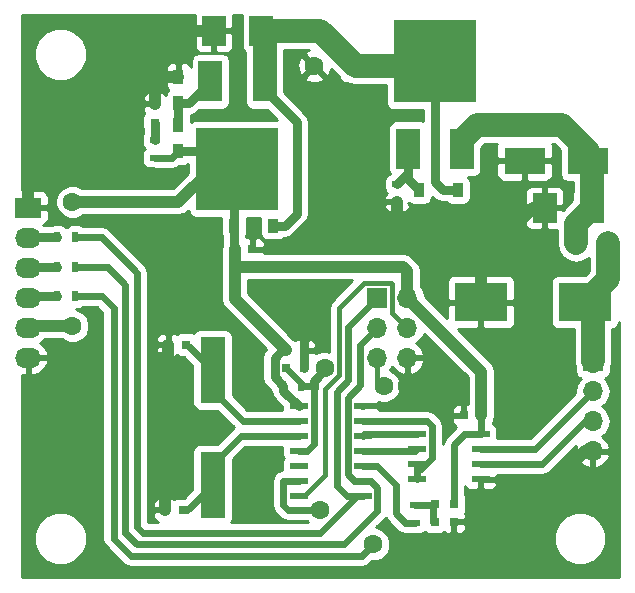
<source format=gbr>
G04 #@! TF.GenerationSoftware,KiCad,Pcbnew,no-vcs-found-24a9003~58~ubuntu16.04.1*
G04 #@! TF.CreationDate,2017-03-06T17:54:42+02:00*
G04 #@! TF.ProjectId,line-interface,6C696E652D696E746572666163652E6B,rev?*
G04 #@! TF.FileFunction,Copper,L1,Top,Signal*
G04 #@! TF.FilePolarity,Positive*
%FSLAX46Y46*%
G04 Gerber Fmt 4.6, Leading zero omitted, Abs format (unit mm)*
G04 Created by KiCad (PCBNEW no-vcs-found-24a9003~58~ubuntu16.04.1) date Mon Mar  6 17:54:42 2017*
%MOMM*%
%LPD*%
G01*
G04 APERTURE LIST*
%ADD10C,0.100000*%
%ADD11O,2.200000X1.700000*%
%ADD12R,2.200000X1.700000*%
%ADD13C,1.600000*%
%ADD14R,1.600000X1.600000*%
%ADD15R,0.900000X1.200000*%
%ADD16R,0.800000X0.750000*%
%ADD17R,2.000000X2.500000*%
%ADD18R,2.100580X5.600700*%
%ADD19R,3.500000X2.300000*%
%ADD20R,4.500880X3.299460*%
%ADD21R,4.498340X3.299460*%
%ADD22R,0.910000X1.220000*%
%ADD23R,1.500000X0.600000*%
%ADD24R,1.550000X0.600000*%
%ADD25R,0.800000X0.800000*%
%ADD26O,1.700000X1.700000*%
%ADD27R,1.700000X1.700000*%
%ADD28R,0.900000X0.500000*%
%ADD29R,0.500000X0.900000*%
%ADD30R,1.500000X1.300000*%
%ADD31R,7.000000X7.000000*%
%ADD32R,2.000000X3.500000*%
%ADD33C,1.000000*%
%ADD34C,0.600000*%
%ADD35C,0.800000*%
%ADD36C,2.000000*%
%ADD37C,0.400000*%
%ADD38C,0.254000*%
G04 APERTURE END LIST*
D10*
D11*
X101270000Y-129700000D03*
X101270000Y-127160000D03*
X101270000Y-124620000D03*
X101270000Y-122080000D03*
X101270000Y-119540000D03*
D12*
X101270000Y-117000000D03*
D13*
X125500000Y-105000000D03*
D14*
X129000000Y-105000000D03*
D15*
X114000000Y-105900000D03*
X114000000Y-108100000D03*
X114000000Y-112200000D03*
X114000000Y-110000000D03*
D16*
X123132400Y-129080000D03*
X124632400Y-129080000D03*
X124632400Y-130580000D03*
X123132400Y-130580000D03*
X114382400Y-142580000D03*
X112882400Y-142580000D03*
X120250000Y-120500000D03*
X118750000Y-120500000D03*
X114632400Y-128580000D03*
X113132400Y-128580000D03*
X138151200Y-134580000D03*
X139651200Y-134580000D03*
D17*
X149000000Y-117000000D03*
X145000000Y-117000000D03*
X117000000Y-102000000D03*
X121000000Y-102000000D03*
D18*
X116882400Y-140428860D03*
X116882400Y-130731140D03*
D19*
X148700000Y-113000000D03*
X143300000Y-113000000D03*
D20*
X148399280Y-125000000D03*
D21*
X139600720Y-125000000D03*
D22*
X137635000Y-115500000D03*
X134365000Y-115500000D03*
D23*
X129582400Y-133770000D03*
X129582400Y-135040000D03*
X129582400Y-136310000D03*
X129582400Y-137580000D03*
X129582400Y-138850000D03*
X129582400Y-140120000D03*
X129582400Y-141390000D03*
X124182400Y-141390000D03*
X124182400Y-140120000D03*
X124182400Y-138850000D03*
X124182400Y-137580000D03*
X124182400Y-136310000D03*
X124182400Y-135040000D03*
X124182400Y-133770000D03*
D24*
X139582400Y-136175000D03*
X139582400Y-137445000D03*
X139582400Y-138715000D03*
X139582400Y-139985000D03*
X134182400Y-139985000D03*
X134182400Y-138715000D03*
X134182400Y-137445000D03*
X134182400Y-136175000D03*
D25*
X135702839Y-142080000D03*
X137302839Y-142080000D03*
X135700000Y-143580000D03*
X137300000Y-143580000D03*
X112000000Y-108200000D03*
X112000000Y-109800000D03*
D26*
X149080000Y-137620000D03*
X149080000Y-135080000D03*
X149080000Y-132540000D03*
D27*
X149080000Y-130000000D03*
D26*
X133382400Y-129700000D03*
X130842400Y-129700000D03*
X133382400Y-127160000D03*
X130842400Y-127160000D03*
X133382400Y-124620000D03*
D27*
X130842400Y-124620000D03*
D28*
X112000000Y-111250000D03*
X112000000Y-112750000D03*
D29*
X103750000Y-119500000D03*
X105250000Y-119500000D03*
X122882400Y-132080000D03*
X124382400Y-132080000D03*
D28*
X134002839Y-142202567D03*
X134002839Y-143702567D03*
X132500000Y-115000000D03*
X132500000Y-116500000D03*
D30*
X147650000Y-120000000D03*
X150350000Y-120000000D03*
D31*
X135720000Y-104600000D03*
D32*
X138000000Y-112000000D03*
X133420000Y-112000000D03*
X121290000Y-106300000D03*
X116710000Y-106300000D03*
D31*
X118990000Y-113700000D03*
D15*
X122000000Y-118500000D03*
X118700000Y-118500000D03*
D29*
X105250000Y-122000000D03*
X103750000Y-122000000D03*
X103750000Y-124500000D03*
X105250000Y-124500000D03*
D13*
X105000000Y-127000000D03*
X105000000Y-116500000D03*
X112000000Y-106000000D03*
X115000000Y-102000000D03*
X132500000Y-118000000D03*
X139000000Y-120500000D03*
X142500000Y-118500000D03*
X120500000Y-141000000D03*
X149000000Y-140000000D03*
X147000000Y-139000000D03*
X102000000Y-114500000D03*
X101500000Y-132500000D03*
X112500000Y-130000000D03*
X112500000Y-141000000D03*
X124882400Y-127580000D03*
X133382400Y-132080000D03*
X126382400Y-130580000D03*
X131382400Y-132080000D03*
X130500000Y-145500000D03*
X126006379Y-142599968D03*
D33*
X114000000Y-116500000D02*
X105000000Y-116500000D01*
X105000000Y-127000000D02*
X101430000Y-127000000D01*
X101430000Y-127000000D02*
X101270000Y-127160000D01*
X116800000Y-113700000D02*
X114000000Y-116500000D01*
X118990000Y-113700000D02*
X116800000Y-113700000D01*
X133382400Y-124620000D02*
X139651200Y-130888800D01*
X139651200Y-130888800D02*
X139651200Y-134580000D01*
X133000000Y-122000000D02*
X133382400Y-122382400D01*
X133382400Y-122382400D02*
X133382400Y-124620000D01*
X118750000Y-122000000D02*
X118750000Y-124722600D01*
X118750000Y-120500000D02*
X118750000Y-122000000D01*
X118750000Y-122000000D02*
X133000000Y-122000000D01*
X118750000Y-124722600D02*
X123107400Y-129080000D01*
X123107400Y-129080000D02*
X123132400Y-129080000D01*
X116190000Y-116500000D02*
X118990000Y-113700000D01*
D34*
X137302839Y-141080000D02*
X137302839Y-142080000D01*
D35*
X118700000Y-118500000D02*
X118700000Y-120450000D01*
X118700000Y-120450000D02*
X118750000Y-120500000D01*
X117000000Y-115690000D02*
X118990000Y-113700000D01*
D34*
X112000000Y-112750000D02*
X113450000Y-112750000D01*
X113450000Y-112750000D02*
X114000000Y-112200000D01*
D35*
X114000000Y-112200000D02*
X117490000Y-112200000D01*
X117490000Y-112200000D02*
X118990000Y-113700000D01*
D34*
X139582400Y-136175000D02*
X138207400Y-136175000D01*
X138207400Y-136175000D02*
X137302839Y-137079561D01*
X137302839Y-137079561D02*
X137302839Y-142080000D01*
X139582400Y-136175000D02*
X139582400Y-134630000D01*
X139582400Y-134630000D02*
X139632400Y-134580000D01*
D35*
X123132400Y-129080000D02*
X122777398Y-129080000D01*
X122777398Y-129080000D02*
X122132399Y-129724999D01*
X122132399Y-129724999D02*
X122132399Y-131329999D01*
X122132399Y-131329999D02*
X122882400Y-132080000D01*
X124182400Y-133770000D02*
X122882400Y-132470000D01*
X122882400Y-132470000D02*
X122882400Y-132080000D01*
D36*
X118990000Y-113700000D02*
X118190000Y-114500000D01*
D35*
X118640000Y-114050000D02*
X118990000Y-113700000D01*
X118700000Y-118500000D02*
X118700000Y-113990000D01*
X118700000Y-113990000D02*
X118990000Y-113700000D01*
D33*
X114000000Y-105900000D02*
X112100000Y-105900000D01*
X112100000Y-105900000D02*
X112000000Y-106000000D01*
X112000000Y-108200000D02*
X112000000Y-106000000D01*
X117000000Y-102000000D02*
X115000000Y-102000000D01*
X132500000Y-116500000D02*
X132500000Y-118000000D01*
X139600720Y-125000000D02*
X139600720Y-121100720D01*
X139600720Y-121100720D02*
X139000000Y-120500000D01*
X145000000Y-117000000D02*
X144000000Y-117000000D01*
X144000000Y-117000000D02*
X142500000Y-118500000D01*
X149080000Y-137620000D02*
X148380000Y-137620000D01*
X148380000Y-137620000D02*
X147000000Y-139000000D01*
X101270000Y-117000000D02*
X101270000Y-115230000D01*
X101270000Y-115230000D02*
X102000000Y-114500000D01*
X113132400Y-128580000D02*
X113132400Y-129367600D01*
X113132400Y-129367600D02*
X112500000Y-130000000D01*
X112882400Y-142580000D02*
X112882400Y-141382400D01*
X112882400Y-141382400D02*
X112500000Y-141000000D01*
D35*
X124632400Y-127830000D02*
X124882400Y-127580000D01*
X124632400Y-129080000D02*
X124632400Y-127830000D01*
X124632400Y-130580000D02*
X124632400Y-129080000D01*
D36*
X148700000Y-113000000D02*
X148700000Y-112200000D01*
X148700000Y-112200000D02*
X146500000Y-110000000D01*
X146500000Y-110000000D02*
X139250000Y-110000000D01*
X139250000Y-110000000D02*
X138000000Y-111250000D01*
X138000000Y-111250000D02*
X138000000Y-112000000D01*
X149000000Y-117000000D02*
X149000000Y-113300000D01*
X149000000Y-113300000D02*
X148700000Y-113000000D01*
X147650000Y-120000000D02*
X147650000Y-118350000D01*
X147650000Y-118350000D02*
X149000000Y-117000000D01*
D35*
X121290000Y-106300000D02*
X121290000Y-107050000D01*
X121290000Y-107050000D02*
X124000000Y-109760000D01*
X123000000Y-118500000D02*
X122000000Y-118500000D01*
X124000000Y-109760000D02*
X124000000Y-117500000D01*
X124000000Y-117500000D02*
X123000000Y-118500000D01*
X135720000Y-104600000D02*
X135720000Y-114840000D01*
X135720000Y-114840000D02*
X136380000Y-115500000D01*
X136380000Y-115500000D02*
X137635000Y-115500000D01*
D36*
X121290000Y-106300000D02*
X121290000Y-102290000D01*
X121290000Y-102290000D02*
X121000000Y-102000000D01*
X129000000Y-105000000D02*
X126000000Y-102000000D01*
X126000000Y-102000000D02*
X121000000Y-102000000D01*
X129000000Y-105000000D02*
X135320000Y-105000000D01*
X135320000Y-105000000D02*
X135720000Y-104600000D01*
D35*
X126382400Y-130685002D02*
X126382400Y-130580000D01*
X125432401Y-132280001D02*
X125432401Y-131635001D01*
X125432401Y-131635001D02*
X126382400Y-130685002D01*
D37*
X130842400Y-131540000D02*
X131382400Y-132080000D01*
X130842400Y-129700000D02*
X130842400Y-131540000D01*
D34*
X124182400Y-137580000D02*
X124862402Y-137580000D01*
X124862402Y-137580000D02*
X125432401Y-137010001D01*
X125432401Y-137010001D02*
X125432401Y-132280001D01*
X125232400Y-132080000D02*
X124382400Y-132080000D01*
X125432401Y-132280001D02*
X125232400Y-132080000D01*
X124382400Y-132080000D02*
X124382400Y-131830000D01*
X124382400Y-131830000D02*
X123132400Y-130580000D01*
X116882400Y-138678800D02*
X116882400Y-140428860D01*
X119251200Y-136310000D02*
X116882400Y-138678800D01*
X124182400Y-136310000D02*
X119251200Y-136310000D01*
X114382400Y-142580000D02*
X114731260Y-142580000D01*
X114731260Y-142580000D02*
X116882400Y-140428860D01*
X114632400Y-128580000D02*
X114731260Y-128580000D01*
X114731260Y-128580000D02*
X116882400Y-130731140D01*
X124182400Y-135040000D02*
X119441200Y-135040000D01*
X119441200Y-135040000D02*
X116882400Y-132481200D01*
X116882400Y-132481200D02*
X116882400Y-130731140D01*
D36*
X150350000Y-120000000D02*
X150350000Y-123049280D01*
X150350000Y-123049280D02*
X148399280Y-125000000D01*
X149080000Y-130000000D02*
X149080000Y-125680720D01*
X149080000Y-125680720D02*
X148399280Y-125000000D01*
D34*
X135582400Y-143580000D02*
X135582400Y-142200439D01*
X135582400Y-142200439D02*
X135702839Y-142080000D01*
X134002839Y-142202567D02*
X135580272Y-142202567D01*
X135580272Y-142202567D02*
X135702839Y-142080000D01*
D35*
X112000000Y-111250000D02*
X112000000Y-109800000D01*
D34*
X134182400Y-138715000D02*
X134182400Y-139080000D01*
X134182400Y-139080000D02*
X134182400Y-139985000D01*
X129582400Y-135040000D02*
X135022402Y-135040000D01*
X135022402Y-135040000D02*
X135457401Y-135474999D01*
X135457401Y-135474999D02*
X135457401Y-138145001D01*
X135457401Y-138145001D02*
X134522402Y-139080000D01*
X134522402Y-139080000D02*
X134182400Y-139080000D01*
X134182400Y-136175000D02*
X129717400Y-136175000D01*
X129717400Y-136175000D02*
X129582400Y-136310000D01*
X129582400Y-137580000D02*
X134047400Y-137580000D01*
X134047400Y-137580000D02*
X134182400Y-137445000D01*
X129582400Y-138850000D02*
X130770000Y-138850000D01*
X130770000Y-138850000D02*
X132382400Y-140462400D01*
X132382400Y-140462400D02*
X132382400Y-142882400D01*
X132382400Y-142882400D02*
X133202567Y-143702567D01*
X133202567Y-143702567D02*
X134002839Y-143702567D01*
X108000000Y-122000000D02*
X105250000Y-122000000D01*
X129582400Y-140120000D02*
X130262402Y-140120000D01*
X109500000Y-144500000D02*
X109500000Y-123500000D01*
X130262402Y-140120000D02*
X130832401Y-140689999D01*
X130832401Y-140689999D02*
X130832401Y-142667599D01*
X130832401Y-142667599D02*
X128000000Y-145500000D01*
X128000000Y-145500000D02*
X110500000Y-145500000D01*
X110500000Y-145500000D02*
X109500000Y-144500000D01*
X109500000Y-123500000D02*
X108000000Y-122000000D01*
X130842400Y-127160000D02*
X129382400Y-128620000D01*
X129382400Y-128620000D02*
X129382400Y-132029999D01*
X129382400Y-132029999D02*
X128332399Y-133080000D01*
X128332399Y-133080000D02*
X128332399Y-139550001D01*
X128332399Y-139550001D02*
X128902398Y-140120000D01*
X128902398Y-140120000D02*
X129582400Y-140120000D01*
X107500000Y-119500000D02*
X105250000Y-119500000D01*
X129582400Y-141390000D02*
X129132400Y-141390000D01*
X129132400Y-141390000D02*
X126022400Y-144500000D01*
X126022400Y-144500000D02*
X111000000Y-144500000D01*
X111000000Y-144500000D02*
X110500000Y-144000000D01*
X110500000Y-144000000D02*
X110500000Y-122500000D01*
X110500000Y-122500000D02*
X107500000Y-119500000D01*
X127382400Y-140540000D02*
X128232400Y-141390000D01*
X128232400Y-141390000D02*
X129582400Y-141390000D01*
X130842400Y-124620000D02*
X128382400Y-127080000D01*
X127382400Y-132580000D02*
X127382400Y-140540000D01*
X128382400Y-127080000D02*
X128382400Y-131580000D01*
X128382400Y-131580000D02*
X127382400Y-132580000D01*
D37*
X124632400Y-141390000D02*
X124182400Y-141390000D01*
X126382400Y-139640000D02*
X124632400Y-141390000D01*
X129672399Y-123369999D02*
X127582402Y-125459996D01*
X132012401Y-123369999D02*
X129672399Y-123369999D01*
X132092401Y-123449999D02*
X132012401Y-123369999D01*
X126382400Y-132356004D02*
X126382400Y-139640000D01*
X127582402Y-131156002D02*
X126382400Y-132356004D01*
X127582402Y-125459996D02*
X127582402Y-131156002D01*
X133382400Y-127160000D02*
X132092401Y-125870001D01*
X132092401Y-125870001D02*
X132092401Y-123449999D01*
D34*
X139582400Y-137445000D02*
X144175000Y-137445000D01*
X144175000Y-137445000D02*
X149080000Y-132540000D01*
X139582400Y-138715000D02*
X144785000Y-138715000D01*
X144785000Y-138715000D02*
X148420000Y-135080000D01*
X148420000Y-135080000D02*
X149080000Y-135080000D01*
D35*
X133420000Y-112000000D02*
X133420000Y-114555000D01*
X133420000Y-114555000D02*
X134365000Y-115500000D01*
X133420000Y-112000000D02*
X133420000Y-114080000D01*
X133420000Y-114080000D02*
X132500000Y-115000000D01*
X114000000Y-108100000D02*
X114910000Y-108100000D01*
X114910000Y-108100000D02*
X116710000Y-106300000D01*
X114000000Y-108100000D02*
X114000000Y-110000000D01*
X103750000Y-124500000D02*
X101390000Y-124500000D01*
X101390000Y-124500000D02*
X101270000Y-124620000D01*
X103750000Y-122000000D02*
X101350000Y-122000000D01*
X101350000Y-122000000D02*
X101270000Y-122080000D01*
X103750000Y-119500000D02*
X101310000Y-119500000D01*
X101310000Y-119500000D02*
X101270000Y-119540000D01*
D34*
X130500000Y-145500000D02*
X129500000Y-146500000D01*
X108500000Y-125500000D02*
X107500000Y-124500000D01*
X129500000Y-146500000D02*
X110000000Y-146500000D01*
X110000000Y-146500000D02*
X108500000Y-145000000D01*
X108500000Y-145000000D02*
X108500000Y-125500000D01*
X107500000Y-124500000D02*
X105250000Y-124500000D01*
X122832399Y-142170001D02*
X123262366Y-142599968D01*
X122832399Y-140120001D02*
X122832399Y-142170001D01*
X124182400Y-140120000D02*
X122832399Y-140120001D01*
X123262366Y-142599968D02*
X126006379Y-142599968D01*
D38*
G36*
X107565000Y-125887290D02*
X107565000Y-145000000D01*
X107636173Y-145357809D01*
X107838855Y-145661145D01*
X109338855Y-147161145D01*
X109642191Y-147363827D01*
X110000000Y-147435000D01*
X129500000Y-147435000D01*
X129857809Y-147363827D01*
X130161145Y-147161145D01*
X130387388Y-146934902D01*
X130784187Y-146935248D01*
X131311800Y-146717243D01*
X131715824Y-146313923D01*
X131934750Y-145786691D01*
X131935050Y-145442619D01*
X145764613Y-145442619D01*
X146104155Y-146264372D01*
X146732321Y-146893636D01*
X147553481Y-147234611D01*
X148442619Y-147235387D01*
X149264372Y-146895845D01*
X149893636Y-146267679D01*
X150234611Y-145446519D01*
X150235387Y-144557381D01*
X149895845Y-143735628D01*
X149267679Y-143106364D01*
X148446519Y-142765389D01*
X147557381Y-142764613D01*
X146735628Y-143104155D01*
X146106364Y-143732321D01*
X145765389Y-144553481D01*
X145764613Y-145442619D01*
X131935050Y-145442619D01*
X131935248Y-145215813D01*
X131717243Y-144688200D01*
X131313923Y-144284176D01*
X130786691Y-144065250D01*
X130757066Y-144065224D01*
X131493546Y-143328744D01*
X131535638Y-143265749D01*
X131721255Y-143543545D01*
X132541422Y-144363712D01*
X132844758Y-144566394D01*
X133202567Y-144637567D01*
X134002839Y-144637567D01*
X134191665Y-144600007D01*
X134452839Y-144600007D01*
X134700604Y-144550724D01*
X134855891Y-144446963D01*
X135052235Y-144578157D01*
X135300000Y-144627440D01*
X136100000Y-144627440D01*
X136347765Y-144578157D01*
X136499047Y-144477073D01*
X136540302Y-144518327D01*
X136773691Y-144615000D01*
X137014250Y-144615000D01*
X137173000Y-144456250D01*
X137173000Y-143707000D01*
X137427000Y-143707000D01*
X137427000Y-144456250D01*
X137585750Y-144615000D01*
X137826309Y-144615000D01*
X138059698Y-144518327D01*
X138238327Y-144339699D01*
X138335000Y-144106310D01*
X138335000Y-143865750D01*
X138176250Y-143707000D01*
X137427000Y-143707000D01*
X137173000Y-143707000D01*
X137153000Y-143707000D01*
X137153000Y-143453000D01*
X137173000Y-143453000D01*
X137173000Y-143433000D01*
X137427000Y-143433000D01*
X137427000Y-143453000D01*
X138176250Y-143453000D01*
X138335000Y-143294250D01*
X138335000Y-143053690D01*
X138238648Y-142821075D01*
X138300996Y-142727765D01*
X138350279Y-142480000D01*
X138350279Y-141680000D01*
X138300996Y-141432235D01*
X138237839Y-141337715D01*
X138237839Y-140569294D01*
X138269073Y-140644699D01*
X138447702Y-140823327D01*
X138681091Y-140920000D01*
X139296650Y-140920000D01*
X139455400Y-140761250D01*
X139455400Y-140112000D01*
X139709400Y-140112000D01*
X139709400Y-140761250D01*
X139868150Y-140920000D01*
X140483709Y-140920000D01*
X140717098Y-140823327D01*
X140895727Y-140644699D01*
X140992400Y-140411310D01*
X140992400Y-140270750D01*
X140833650Y-140112000D01*
X139709400Y-140112000D01*
X139455400Y-140112000D01*
X139435400Y-140112000D01*
X139435400Y-139858000D01*
X139455400Y-139858000D01*
X139455400Y-139838000D01*
X139709400Y-139838000D01*
X139709400Y-139858000D01*
X140833650Y-139858000D01*
X140992400Y-139699250D01*
X140992400Y-139650000D01*
X144785000Y-139650000D01*
X145142809Y-139578827D01*
X145446145Y-139376145D01*
X146845400Y-137976890D01*
X147638524Y-137976890D01*
X147808355Y-138386924D01*
X148198642Y-138815183D01*
X148723108Y-139061486D01*
X148953000Y-138940819D01*
X148953000Y-137747000D01*
X149207000Y-137747000D01*
X149207000Y-138940819D01*
X149436892Y-139061486D01*
X149961358Y-138815183D01*
X150351645Y-138386924D01*
X150521476Y-137976890D01*
X150400155Y-137747000D01*
X149207000Y-137747000D01*
X148953000Y-137747000D01*
X147759845Y-137747000D01*
X147638524Y-137976890D01*
X146845400Y-137976890D01*
X147694623Y-137127667D01*
X147638524Y-137263110D01*
X147759845Y-137493000D01*
X148953000Y-137493000D01*
X148953000Y-137473000D01*
X149207000Y-137473000D01*
X149207000Y-137493000D01*
X150400155Y-137493000D01*
X150521476Y-137263110D01*
X150351645Y-136853076D01*
X149961358Y-136424817D01*
X149818447Y-136357702D01*
X150159147Y-136130054D01*
X150481054Y-135648285D01*
X150594093Y-135080000D01*
X150481054Y-134511715D01*
X150159147Y-134029946D01*
X149829974Y-133810000D01*
X150159147Y-133590054D01*
X150481054Y-133108285D01*
X150594093Y-132540000D01*
X150481054Y-131971715D01*
X150159147Y-131489946D01*
X150115223Y-131460597D01*
X150177765Y-131448157D01*
X150387809Y-131307809D01*
X150528157Y-131097765D01*
X150577440Y-130850000D01*
X150577440Y-130645297D01*
X150590543Y-130625687D01*
X150715000Y-130000000D01*
X150715000Y-127284185D01*
X150897485Y-127247887D01*
X151107529Y-127107539D01*
X151247877Y-126897495D01*
X151290000Y-126685726D01*
X151290000Y-148290000D01*
X100710000Y-148290000D01*
X100710000Y-145442619D01*
X101764613Y-145442619D01*
X102104155Y-146264372D01*
X102732321Y-146893636D01*
X103553481Y-147234611D01*
X104442619Y-147235387D01*
X105264372Y-146895845D01*
X105893636Y-146267679D01*
X106234611Y-145446519D01*
X106235387Y-144557381D01*
X105895845Y-143735628D01*
X105267679Y-143106364D01*
X104446519Y-142765389D01*
X103557381Y-142764613D01*
X102735628Y-143104155D01*
X102106364Y-143732321D01*
X101765389Y-144553481D01*
X101764613Y-145442619D01*
X100710000Y-145442619D01*
X100710000Y-131136007D01*
X100908361Y-131191135D01*
X101143000Y-131031491D01*
X101143000Y-129827000D01*
X101397000Y-129827000D01*
X101397000Y-131031491D01*
X101631639Y-131191135D01*
X102193774Y-131034907D01*
X102653333Y-130675451D01*
X102940352Y-130167491D01*
X102961476Y-130056890D01*
X102840155Y-129827000D01*
X101397000Y-129827000D01*
X101143000Y-129827000D01*
X101123000Y-129827000D01*
X101123000Y-129573000D01*
X101143000Y-129573000D01*
X101143000Y-129553000D01*
X101397000Y-129553000D01*
X101397000Y-129573000D01*
X102840155Y-129573000D01*
X102961476Y-129343110D01*
X102940352Y-129232509D01*
X102653333Y-128724549D01*
X102275888Y-128429321D01*
X102604045Y-128210054D01*
X102654194Y-128135000D01*
X104105394Y-128135000D01*
X104186077Y-128215824D01*
X104713309Y-128434750D01*
X105284187Y-128435248D01*
X105811800Y-128217243D01*
X106215824Y-127813923D01*
X106434750Y-127286691D01*
X106435248Y-126715813D01*
X106217243Y-126188200D01*
X105813923Y-125784176D01*
X105364213Y-125597440D01*
X105500000Y-125597440D01*
X105747765Y-125548157D01*
X105917115Y-125435000D01*
X107112710Y-125435000D01*
X107565000Y-125887290D01*
X107565000Y-125887290D01*
G37*
X107565000Y-125887290D02*
X107565000Y-145000000D01*
X107636173Y-145357809D01*
X107838855Y-145661145D01*
X109338855Y-147161145D01*
X109642191Y-147363827D01*
X110000000Y-147435000D01*
X129500000Y-147435000D01*
X129857809Y-147363827D01*
X130161145Y-147161145D01*
X130387388Y-146934902D01*
X130784187Y-146935248D01*
X131311800Y-146717243D01*
X131715824Y-146313923D01*
X131934750Y-145786691D01*
X131935050Y-145442619D01*
X145764613Y-145442619D01*
X146104155Y-146264372D01*
X146732321Y-146893636D01*
X147553481Y-147234611D01*
X148442619Y-147235387D01*
X149264372Y-146895845D01*
X149893636Y-146267679D01*
X150234611Y-145446519D01*
X150235387Y-144557381D01*
X149895845Y-143735628D01*
X149267679Y-143106364D01*
X148446519Y-142765389D01*
X147557381Y-142764613D01*
X146735628Y-143104155D01*
X146106364Y-143732321D01*
X145765389Y-144553481D01*
X145764613Y-145442619D01*
X131935050Y-145442619D01*
X131935248Y-145215813D01*
X131717243Y-144688200D01*
X131313923Y-144284176D01*
X130786691Y-144065250D01*
X130757066Y-144065224D01*
X131493546Y-143328744D01*
X131535638Y-143265749D01*
X131721255Y-143543545D01*
X132541422Y-144363712D01*
X132844758Y-144566394D01*
X133202567Y-144637567D01*
X134002839Y-144637567D01*
X134191665Y-144600007D01*
X134452839Y-144600007D01*
X134700604Y-144550724D01*
X134855891Y-144446963D01*
X135052235Y-144578157D01*
X135300000Y-144627440D01*
X136100000Y-144627440D01*
X136347765Y-144578157D01*
X136499047Y-144477073D01*
X136540302Y-144518327D01*
X136773691Y-144615000D01*
X137014250Y-144615000D01*
X137173000Y-144456250D01*
X137173000Y-143707000D01*
X137427000Y-143707000D01*
X137427000Y-144456250D01*
X137585750Y-144615000D01*
X137826309Y-144615000D01*
X138059698Y-144518327D01*
X138238327Y-144339699D01*
X138335000Y-144106310D01*
X138335000Y-143865750D01*
X138176250Y-143707000D01*
X137427000Y-143707000D01*
X137173000Y-143707000D01*
X137153000Y-143707000D01*
X137153000Y-143453000D01*
X137173000Y-143453000D01*
X137173000Y-143433000D01*
X137427000Y-143433000D01*
X137427000Y-143453000D01*
X138176250Y-143453000D01*
X138335000Y-143294250D01*
X138335000Y-143053690D01*
X138238648Y-142821075D01*
X138300996Y-142727765D01*
X138350279Y-142480000D01*
X138350279Y-141680000D01*
X138300996Y-141432235D01*
X138237839Y-141337715D01*
X138237839Y-140569294D01*
X138269073Y-140644699D01*
X138447702Y-140823327D01*
X138681091Y-140920000D01*
X139296650Y-140920000D01*
X139455400Y-140761250D01*
X139455400Y-140112000D01*
X139709400Y-140112000D01*
X139709400Y-140761250D01*
X139868150Y-140920000D01*
X140483709Y-140920000D01*
X140717098Y-140823327D01*
X140895727Y-140644699D01*
X140992400Y-140411310D01*
X140992400Y-140270750D01*
X140833650Y-140112000D01*
X139709400Y-140112000D01*
X139455400Y-140112000D01*
X139435400Y-140112000D01*
X139435400Y-139858000D01*
X139455400Y-139858000D01*
X139455400Y-139838000D01*
X139709400Y-139838000D01*
X139709400Y-139858000D01*
X140833650Y-139858000D01*
X140992400Y-139699250D01*
X140992400Y-139650000D01*
X144785000Y-139650000D01*
X145142809Y-139578827D01*
X145446145Y-139376145D01*
X146845400Y-137976890D01*
X147638524Y-137976890D01*
X147808355Y-138386924D01*
X148198642Y-138815183D01*
X148723108Y-139061486D01*
X148953000Y-138940819D01*
X148953000Y-137747000D01*
X149207000Y-137747000D01*
X149207000Y-138940819D01*
X149436892Y-139061486D01*
X149961358Y-138815183D01*
X150351645Y-138386924D01*
X150521476Y-137976890D01*
X150400155Y-137747000D01*
X149207000Y-137747000D01*
X148953000Y-137747000D01*
X147759845Y-137747000D01*
X147638524Y-137976890D01*
X146845400Y-137976890D01*
X147694623Y-137127667D01*
X147638524Y-137263110D01*
X147759845Y-137493000D01*
X148953000Y-137493000D01*
X148953000Y-137473000D01*
X149207000Y-137473000D01*
X149207000Y-137493000D01*
X150400155Y-137493000D01*
X150521476Y-137263110D01*
X150351645Y-136853076D01*
X149961358Y-136424817D01*
X149818447Y-136357702D01*
X150159147Y-136130054D01*
X150481054Y-135648285D01*
X150594093Y-135080000D01*
X150481054Y-134511715D01*
X150159147Y-134029946D01*
X149829974Y-133810000D01*
X150159147Y-133590054D01*
X150481054Y-133108285D01*
X150594093Y-132540000D01*
X150481054Y-131971715D01*
X150159147Y-131489946D01*
X150115223Y-131460597D01*
X150177765Y-131448157D01*
X150387809Y-131307809D01*
X150528157Y-131097765D01*
X150577440Y-130850000D01*
X150577440Y-130645297D01*
X150590543Y-130625687D01*
X150715000Y-130000000D01*
X150715000Y-127284185D01*
X150897485Y-127247887D01*
X151107529Y-127107539D01*
X151247877Y-126897495D01*
X151290000Y-126685726D01*
X151290000Y-148290000D01*
X100710000Y-148290000D01*
X100710000Y-145442619D01*
X101764613Y-145442619D01*
X102104155Y-146264372D01*
X102732321Y-146893636D01*
X103553481Y-147234611D01*
X104442619Y-147235387D01*
X105264372Y-146895845D01*
X105893636Y-146267679D01*
X106234611Y-145446519D01*
X106235387Y-144557381D01*
X105895845Y-143735628D01*
X105267679Y-143106364D01*
X104446519Y-142765389D01*
X103557381Y-142764613D01*
X102735628Y-143104155D01*
X102106364Y-143732321D01*
X101765389Y-144553481D01*
X101764613Y-145442619D01*
X100710000Y-145442619D01*
X100710000Y-131136007D01*
X100908361Y-131191135D01*
X101143000Y-131031491D01*
X101143000Y-129827000D01*
X101397000Y-129827000D01*
X101397000Y-131031491D01*
X101631639Y-131191135D01*
X102193774Y-131034907D01*
X102653333Y-130675451D01*
X102940352Y-130167491D01*
X102961476Y-130056890D01*
X102840155Y-129827000D01*
X101397000Y-129827000D01*
X101143000Y-129827000D01*
X101123000Y-129827000D01*
X101123000Y-129573000D01*
X101143000Y-129573000D01*
X101143000Y-129553000D01*
X101397000Y-129553000D01*
X101397000Y-129573000D01*
X102840155Y-129573000D01*
X102961476Y-129343110D01*
X102940352Y-129232509D01*
X102653333Y-128724549D01*
X102275888Y-128429321D01*
X102604045Y-128210054D01*
X102654194Y-128135000D01*
X104105394Y-128135000D01*
X104186077Y-128215824D01*
X104713309Y-128434750D01*
X105284187Y-128435248D01*
X105811800Y-128217243D01*
X106215824Y-127813923D01*
X106434750Y-127286691D01*
X106435248Y-126715813D01*
X106217243Y-126188200D01*
X105813923Y-125784176D01*
X105364213Y-125597440D01*
X105500000Y-125597440D01*
X105747765Y-125548157D01*
X105917115Y-125435000D01*
X107112710Y-125435000D01*
X107565000Y-125887290D01*
G36*
X122784960Y-137280000D02*
X122784960Y-137880000D01*
X122834243Y-138127765D01*
X122892532Y-138215000D01*
X122834243Y-138302235D01*
X122784960Y-138550000D01*
X122784960Y-139150000D01*
X122793463Y-139192746D01*
X122474589Y-139256174D01*
X122295040Y-139376145D01*
X122171254Y-139458856D01*
X121968572Y-139762192D01*
X121897399Y-140120001D01*
X121897399Y-142170001D01*
X121968572Y-142527810D01*
X122171254Y-142831146D01*
X122601221Y-143261113D01*
X122904557Y-143463795D01*
X123262366Y-143534968D01*
X124912121Y-143534968D01*
X124942101Y-143565000D01*
X118472030Y-143565000D01*
X118530847Y-143476975D01*
X118580130Y-143229210D01*
X118580130Y-138303360D01*
X119638490Y-137245000D01*
X122791922Y-137245000D01*
X122784960Y-137280000D01*
X122784960Y-137280000D01*
G37*
X122784960Y-137280000D02*
X122784960Y-137880000D01*
X122834243Y-138127765D01*
X122892532Y-138215000D01*
X122834243Y-138302235D01*
X122784960Y-138550000D01*
X122784960Y-139150000D01*
X122793463Y-139192746D01*
X122474589Y-139256174D01*
X122295040Y-139376145D01*
X122171254Y-139458856D01*
X121968572Y-139762192D01*
X121897399Y-140120001D01*
X121897399Y-142170001D01*
X121968572Y-142527810D01*
X122171254Y-142831146D01*
X122601221Y-143261113D01*
X122904557Y-143463795D01*
X123262366Y-143534968D01*
X124912121Y-143534968D01*
X124942101Y-143565000D01*
X118472030Y-143565000D01*
X118530847Y-143476975D01*
X118580130Y-143229210D01*
X118580130Y-138303360D01*
X119638490Y-137245000D01*
X122791922Y-137245000D01*
X122784960Y-137280000D01*
G36*
X115365000Y-101714250D02*
X115523750Y-101873000D01*
X116873000Y-101873000D01*
X116873000Y-101853000D01*
X117127000Y-101853000D01*
X117127000Y-101873000D01*
X118476250Y-101873000D01*
X118635000Y-101714250D01*
X118635000Y-100710000D01*
X119360516Y-100710000D01*
X119352560Y-100750000D01*
X119352560Y-103250000D01*
X119401843Y-103497765D01*
X119542191Y-103707809D01*
X119655000Y-103783186D01*
X119655000Y-104487459D01*
X119642560Y-104550000D01*
X119642560Y-108050000D01*
X119691843Y-108297765D01*
X119832191Y-108507809D01*
X120042235Y-108648157D01*
X120290000Y-108697440D01*
X121473728Y-108697440D01*
X122328849Y-109552560D01*
X115490000Y-109552560D01*
X115242235Y-109601843D01*
X115097440Y-109698593D01*
X115097440Y-109400000D01*
X115048157Y-109152235D01*
X115035000Y-109132544D01*
X115035000Y-109110137D01*
X115306077Y-109056215D01*
X115641856Y-108831856D01*
X115776272Y-108697440D01*
X117710000Y-108697440D01*
X117957765Y-108648157D01*
X118167809Y-108507809D01*
X118308157Y-108297765D01*
X118357440Y-108050000D01*
X118357440Y-104550000D01*
X118308157Y-104302235D01*
X118167809Y-104092191D01*
X117957765Y-103951843D01*
X117710000Y-103902560D01*
X115710000Y-103902560D01*
X115462235Y-103951843D01*
X115252191Y-104092191D01*
X115111843Y-104302235D01*
X115062560Y-104550000D01*
X115062560Y-105119516D01*
X114988327Y-104940302D01*
X114809699Y-104761673D01*
X114576310Y-104665000D01*
X114285750Y-104665000D01*
X114127000Y-104823750D01*
X114127000Y-105773000D01*
X114147000Y-105773000D01*
X114147000Y-106027000D01*
X114127000Y-106027000D01*
X114127000Y-106047000D01*
X113873000Y-106047000D01*
X113873000Y-106027000D01*
X113073750Y-106027000D01*
X112915000Y-106185750D01*
X112915000Y-106626309D01*
X113011673Y-106859698D01*
X113153320Y-107001346D01*
X113092191Y-107042191D01*
X112951843Y-107252235D01*
X112918399Y-107420373D01*
X112759699Y-107261673D01*
X112526310Y-107165000D01*
X112285750Y-107165000D01*
X112127000Y-107323750D01*
X112127000Y-108073000D01*
X112147000Y-108073000D01*
X112147000Y-108327000D01*
X112127000Y-108327000D01*
X112127000Y-108347000D01*
X111873000Y-108347000D01*
X111873000Y-108327000D01*
X111123750Y-108327000D01*
X110965000Y-108485750D01*
X110965000Y-108726309D01*
X111061673Y-108959698D01*
X111102927Y-109000953D01*
X111001843Y-109152235D01*
X110952560Y-109400000D01*
X110952560Y-110200000D01*
X110965000Y-110262541D01*
X110965000Y-110732544D01*
X110951843Y-110752235D01*
X110902560Y-111000000D01*
X110902560Y-111500000D01*
X110951843Y-111747765D01*
X111092191Y-111957809D01*
X111155334Y-112000000D01*
X111092191Y-112042191D01*
X110951843Y-112252235D01*
X110902560Y-112500000D01*
X110902560Y-113000000D01*
X110951843Y-113247765D01*
X111092191Y-113457809D01*
X111302235Y-113598157D01*
X111550000Y-113647440D01*
X111811174Y-113647440D01*
X112000000Y-113685000D01*
X113450000Y-113685000D01*
X113807809Y-113613827D01*
X114056826Y-113447440D01*
X114450000Y-113447440D01*
X114697765Y-113398157D01*
X114842560Y-113301407D01*
X114842560Y-114052308D01*
X113529868Y-115365000D01*
X105894606Y-115365000D01*
X105813923Y-115284176D01*
X105286691Y-115065250D01*
X104715813Y-115064752D01*
X104188200Y-115282757D01*
X103784176Y-115686077D01*
X103565250Y-116213309D01*
X103564752Y-116784187D01*
X103782757Y-117311800D01*
X104186077Y-117715824D01*
X104713309Y-117934750D01*
X105284187Y-117935248D01*
X105811800Y-117717243D01*
X105894187Y-117635000D01*
X114000000Y-117635000D01*
X114434346Y-117548603D01*
X114802566Y-117302566D01*
X114852941Y-117252191D01*
X114891843Y-117447765D01*
X115032191Y-117657809D01*
X115242235Y-117798157D01*
X115490000Y-117847440D01*
X117613015Y-117847440D01*
X117602560Y-117900000D01*
X117602560Y-119100000D01*
X117651843Y-119347765D01*
X117665000Y-119367456D01*
X117665000Y-120248634D01*
X117615000Y-120500000D01*
X117615000Y-124722600D01*
X117701397Y-125156946D01*
X117878879Y-125422566D01*
X117947434Y-125525166D01*
X121407977Y-128985709D01*
X121400543Y-128993143D01*
X121176184Y-129328922D01*
X121097398Y-129724999D01*
X121097399Y-129725004D01*
X121097399Y-131329994D01*
X121097398Y-131329999D01*
X121176184Y-131726076D01*
X121400543Y-132061855D01*
X121857011Y-132518323D01*
X121926185Y-132866077D01*
X122150544Y-133201856D01*
X122784960Y-133836272D01*
X122784960Y-134070000D01*
X122791922Y-134105000D01*
X119828490Y-134105000D01*
X118580130Y-132856640D01*
X118580130Y-127930790D01*
X118530847Y-127683025D01*
X118390499Y-127472981D01*
X118180455Y-127332633D01*
X117932690Y-127283350D01*
X115832110Y-127283350D01*
X115584345Y-127332633D01*
X115374301Y-127472981D01*
X115283408Y-127609010D01*
X115280165Y-127606843D01*
X115032400Y-127557560D01*
X114232400Y-127557560D01*
X113984635Y-127606843D01*
X113893298Y-127667873D01*
X113892098Y-127666673D01*
X113658709Y-127570000D01*
X113418150Y-127570000D01*
X113259400Y-127728750D01*
X113259400Y-128453000D01*
X113279400Y-128453000D01*
X113279400Y-128707000D01*
X113259400Y-128707000D01*
X113259400Y-129431250D01*
X113418150Y-129590000D01*
X113658709Y-129590000D01*
X113892098Y-129493327D01*
X113893298Y-129492127D01*
X113984635Y-129553157D01*
X114232400Y-129602440D01*
X114431410Y-129602440D01*
X115184670Y-130355700D01*
X115184670Y-133531490D01*
X115233953Y-133779255D01*
X115374301Y-133989299D01*
X115584345Y-134129647D01*
X115832110Y-134178930D01*
X117257840Y-134178930D01*
X118672606Y-135593696D01*
X118590055Y-135648855D01*
X117257840Y-136981070D01*
X115832110Y-136981070D01*
X115584345Y-137030353D01*
X115374301Y-137170701D01*
X115233953Y-137380745D01*
X115184670Y-137628510D01*
X115184670Y-140804300D01*
X114431410Y-141557560D01*
X113982400Y-141557560D01*
X113734635Y-141606843D01*
X113643298Y-141667873D01*
X113642098Y-141666673D01*
X113408709Y-141570000D01*
X113168150Y-141570000D01*
X113009400Y-141728750D01*
X113009400Y-142453000D01*
X113029400Y-142453000D01*
X113029400Y-142707000D01*
X113009400Y-142707000D01*
X113009400Y-142727000D01*
X112755400Y-142727000D01*
X112755400Y-142707000D01*
X112006150Y-142707000D01*
X111847400Y-142865750D01*
X111847400Y-143081310D01*
X111944073Y-143314699D01*
X112122702Y-143493327D01*
X112295736Y-143565000D01*
X111435000Y-143565000D01*
X111435000Y-142078690D01*
X111847400Y-142078690D01*
X111847400Y-142294250D01*
X112006150Y-142453000D01*
X112755400Y-142453000D01*
X112755400Y-141728750D01*
X112596650Y-141570000D01*
X112356091Y-141570000D01*
X112122702Y-141666673D01*
X111944073Y-141845301D01*
X111847400Y-142078690D01*
X111435000Y-142078690D01*
X111435000Y-128865750D01*
X112097400Y-128865750D01*
X112097400Y-129081310D01*
X112194073Y-129314699D01*
X112372702Y-129493327D01*
X112606091Y-129590000D01*
X112846650Y-129590000D01*
X113005400Y-129431250D01*
X113005400Y-128707000D01*
X112256150Y-128707000D01*
X112097400Y-128865750D01*
X111435000Y-128865750D01*
X111435000Y-128078690D01*
X112097400Y-128078690D01*
X112097400Y-128294250D01*
X112256150Y-128453000D01*
X113005400Y-128453000D01*
X113005400Y-127728750D01*
X112846650Y-127570000D01*
X112606091Y-127570000D01*
X112372702Y-127666673D01*
X112194073Y-127845301D01*
X112097400Y-128078690D01*
X111435000Y-128078690D01*
X111435000Y-122500000D01*
X111363827Y-122142191D01*
X111161145Y-121838855D01*
X108161145Y-118838855D01*
X107857809Y-118636173D01*
X107500000Y-118565000D01*
X105917115Y-118565000D01*
X105747765Y-118451843D01*
X105500000Y-118402560D01*
X105000000Y-118402560D01*
X104752235Y-118451843D01*
X104542191Y-118592191D01*
X104500000Y-118655334D01*
X104457809Y-118592191D01*
X104247765Y-118451843D01*
X104000000Y-118402560D01*
X103500000Y-118402560D01*
X103252235Y-118451843D01*
X103232544Y-118465000D01*
X102566711Y-118465000D01*
X102558247Y-118459345D01*
X102729698Y-118388327D01*
X102908327Y-118209699D01*
X103005000Y-117976310D01*
X103005000Y-117285750D01*
X102846250Y-117127000D01*
X101397000Y-117127000D01*
X101397000Y-117147000D01*
X101143000Y-117147000D01*
X101143000Y-117127000D01*
X101123000Y-117127000D01*
X101123000Y-116873000D01*
X101143000Y-116873000D01*
X101143000Y-115673750D01*
X101397000Y-115673750D01*
X101397000Y-116873000D01*
X102846250Y-116873000D01*
X103005000Y-116714250D01*
X103005000Y-116023690D01*
X102908327Y-115790301D01*
X102729698Y-115611673D01*
X102496309Y-115515000D01*
X101555750Y-115515000D01*
X101397000Y-115673750D01*
X101143000Y-115673750D01*
X100984250Y-115515000D01*
X100710000Y-115515000D01*
X100710000Y-107673691D01*
X110965000Y-107673691D01*
X110965000Y-107914250D01*
X111123750Y-108073000D01*
X111873000Y-108073000D01*
X111873000Y-107323750D01*
X111714250Y-107165000D01*
X111473690Y-107165000D01*
X111240301Y-107261673D01*
X111061673Y-107440302D01*
X110965000Y-107673691D01*
X100710000Y-107673691D01*
X100710000Y-104442619D01*
X101764613Y-104442619D01*
X102104155Y-105264372D01*
X102732321Y-105893636D01*
X103553481Y-106234611D01*
X104442619Y-106235387D01*
X105264372Y-105895845D01*
X105893636Y-105267679D01*
X105932663Y-105173691D01*
X112915000Y-105173691D01*
X112915000Y-105614250D01*
X113073750Y-105773000D01*
X113873000Y-105773000D01*
X113873000Y-104823750D01*
X113714250Y-104665000D01*
X113423690Y-104665000D01*
X113190301Y-104761673D01*
X113011673Y-104940302D01*
X112915000Y-105173691D01*
X105932663Y-105173691D01*
X106234611Y-104446519D01*
X106235387Y-103557381D01*
X105895845Y-102735628D01*
X105446752Y-102285750D01*
X115365000Y-102285750D01*
X115365000Y-103376310D01*
X115461673Y-103609699D01*
X115640302Y-103788327D01*
X115873691Y-103885000D01*
X116714250Y-103885000D01*
X116873000Y-103726250D01*
X116873000Y-102127000D01*
X117127000Y-102127000D01*
X117127000Y-103726250D01*
X117285750Y-103885000D01*
X118126309Y-103885000D01*
X118359698Y-103788327D01*
X118538327Y-103609699D01*
X118635000Y-103376310D01*
X118635000Y-102285750D01*
X118476250Y-102127000D01*
X117127000Y-102127000D01*
X116873000Y-102127000D01*
X115523750Y-102127000D01*
X115365000Y-102285750D01*
X105446752Y-102285750D01*
X105267679Y-102106364D01*
X104446519Y-101765389D01*
X103557381Y-101764613D01*
X102735628Y-102104155D01*
X102106364Y-102732321D01*
X101765389Y-103553481D01*
X101764613Y-104442619D01*
X100710000Y-104442619D01*
X100710000Y-100710000D01*
X115365000Y-100710000D01*
X115365000Y-101714250D01*
X115365000Y-101714250D01*
G37*
X115365000Y-101714250D02*
X115523750Y-101873000D01*
X116873000Y-101873000D01*
X116873000Y-101853000D01*
X117127000Y-101853000D01*
X117127000Y-101873000D01*
X118476250Y-101873000D01*
X118635000Y-101714250D01*
X118635000Y-100710000D01*
X119360516Y-100710000D01*
X119352560Y-100750000D01*
X119352560Y-103250000D01*
X119401843Y-103497765D01*
X119542191Y-103707809D01*
X119655000Y-103783186D01*
X119655000Y-104487459D01*
X119642560Y-104550000D01*
X119642560Y-108050000D01*
X119691843Y-108297765D01*
X119832191Y-108507809D01*
X120042235Y-108648157D01*
X120290000Y-108697440D01*
X121473728Y-108697440D01*
X122328849Y-109552560D01*
X115490000Y-109552560D01*
X115242235Y-109601843D01*
X115097440Y-109698593D01*
X115097440Y-109400000D01*
X115048157Y-109152235D01*
X115035000Y-109132544D01*
X115035000Y-109110137D01*
X115306077Y-109056215D01*
X115641856Y-108831856D01*
X115776272Y-108697440D01*
X117710000Y-108697440D01*
X117957765Y-108648157D01*
X118167809Y-108507809D01*
X118308157Y-108297765D01*
X118357440Y-108050000D01*
X118357440Y-104550000D01*
X118308157Y-104302235D01*
X118167809Y-104092191D01*
X117957765Y-103951843D01*
X117710000Y-103902560D01*
X115710000Y-103902560D01*
X115462235Y-103951843D01*
X115252191Y-104092191D01*
X115111843Y-104302235D01*
X115062560Y-104550000D01*
X115062560Y-105119516D01*
X114988327Y-104940302D01*
X114809699Y-104761673D01*
X114576310Y-104665000D01*
X114285750Y-104665000D01*
X114127000Y-104823750D01*
X114127000Y-105773000D01*
X114147000Y-105773000D01*
X114147000Y-106027000D01*
X114127000Y-106027000D01*
X114127000Y-106047000D01*
X113873000Y-106047000D01*
X113873000Y-106027000D01*
X113073750Y-106027000D01*
X112915000Y-106185750D01*
X112915000Y-106626309D01*
X113011673Y-106859698D01*
X113153320Y-107001346D01*
X113092191Y-107042191D01*
X112951843Y-107252235D01*
X112918399Y-107420373D01*
X112759699Y-107261673D01*
X112526310Y-107165000D01*
X112285750Y-107165000D01*
X112127000Y-107323750D01*
X112127000Y-108073000D01*
X112147000Y-108073000D01*
X112147000Y-108327000D01*
X112127000Y-108327000D01*
X112127000Y-108347000D01*
X111873000Y-108347000D01*
X111873000Y-108327000D01*
X111123750Y-108327000D01*
X110965000Y-108485750D01*
X110965000Y-108726309D01*
X111061673Y-108959698D01*
X111102927Y-109000953D01*
X111001843Y-109152235D01*
X110952560Y-109400000D01*
X110952560Y-110200000D01*
X110965000Y-110262541D01*
X110965000Y-110732544D01*
X110951843Y-110752235D01*
X110902560Y-111000000D01*
X110902560Y-111500000D01*
X110951843Y-111747765D01*
X111092191Y-111957809D01*
X111155334Y-112000000D01*
X111092191Y-112042191D01*
X110951843Y-112252235D01*
X110902560Y-112500000D01*
X110902560Y-113000000D01*
X110951843Y-113247765D01*
X111092191Y-113457809D01*
X111302235Y-113598157D01*
X111550000Y-113647440D01*
X111811174Y-113647440D01*
X112000000Y-113685000D01*
X113450000Y-113685000D01*
X113807809Y-113613827D01*
X114056826Y-113447440D01*
X114450000Y-113447440D01*
X114697765Y-113398157D01*
X114842560Y-113301407D01*
X114842560Y-114052308D01*
X113529868Y-115365000D01*
X105894606Y-115365000D01*
X105813923Y-115284176D01*
X105286691Y-115065250D01*
X104715813Y-115064752D01*
X104188200Y-115282757D01*
X103784176Y-115686077D01*
X103565250Y-116213309D01*
X103564752Y-116784187D01*
X103782757Y-117311800D01*
X104186077Y-117715824D01*
X104713309Y-117934750D01*
X105284187Y-117935248D01*
X105811800Y-117717243D01*
X105894187Y-117635000D01*
X114000000Y-117635000D01*
X114434346Y-117548603D01*
X114802566Y-117302566D01*
X114852941Y-117252191D01*
X114891843Y-117447765D01*
X115032191Y-117657809D01*
X115242235Y-117798157D01*
X115490000Y-117847440D01*
X117613015Y-117847440D01*
X117602560Y-117900000D01*
X117602560Y-119100000D01*
X117651843Y-119347765D01*
X117665000Y-119367456D01*
X117665000Y-120248634D01*
X117615000Y-120500000D01*
X117615000Y-124722600D01*
X117701397Y-125156946D01*
X117878879Y-125422566D01*
X117947434Y-125525166D01*
X121407977Y-128985709D01*
X121400543Y-128993143D01*
X121176184Y-129328922D01*
X121097398Y-129724999D01*
X121097399Y-129725004D01*
X121097399Y-131329994D01*
X121097398Y-131329999D01*
X121176184Y-131726076D01*
X121400543Y-132061855D01*
X121857011Y-132518323D01*
X121926185Y-132866077D01*
X122150544Y-133201856D01*
X122784960Y-133836272D01*
X122784960Y-134070000D01*
X122791922Y-134105000D01*
X119828490Y-134105000D01*
X118580130Y-132856640D01*
X118580130Y-127930790D01*
X118530847Y-127683025D01*
X118390499Y-127472981D01*
X118180455Y-127332633D01*
X117932690Y-127283350D01*
X115832110Y-127283350D01*
X115584345Y-127332633D01*
X115374301Y-127472981D01*
X115283408Y-127609010D01*
X115280165Y-127606843D01*
X115032400Y-127557560D01*
X114232400Y-127557560D01*
X113984635Y-127606843D01*
X113893298Y-127667873D01*
X113892098Y-127666673D01*
X113658709Y-127570000D01*
X113418150Y-127570000D01*
X113259400Y-127728750D01*
X113259400Y-128453000D01*
X113279400Y-128453000D01*
X113279400Y-128707000D01*
X113259400Y-128707000D01*
X113259400Y-129431250D01*
X113418150Y-129590000D01*
X113658709Y-129590000D01*
X113892098Y-129493327D01*
X113893298Y-129492127D01*
X113984635Y-129553157D01*
X114232400Y-129602440D01*
X114431410Y-129602440D01*
X115184670Y-130355700D01*
X115184670Y-133531490D01*
X115233953Y-133779255D01*
X115374301Y-133989299D01*
X115584345Y-134129647D01*
X115832110Y-134178930D01*
X117257840Y-134178930D01*
X118672606Y-135593696D01*
X118590055Y-135648855D01*
X117257840Y-136981070D01*
X115832110Y-136981070D01*
X115584345Y-137030353D01*
X115374301Y-137170701D01*
X115233953Y-137380745D01*
X115184670Y-137628510D01*
X115184670Y-140804300D01*
X114431410Y-141557560D01*
X113982400Y-141557560D01*
X113734635Y-141606843D01*
X113643298Y-141667873D01*
X113642098Y-141666673D01*
X113408709Y-141570000D01*
X113168150Y-141570000D01*
X113009400Y-141728750D01*
X113009400Y-142453000D01*
X113029400Y-142453000D01*
X113029400Y-142707000D01*
X113009400Y-142707000D01*
X113009400Y-142727000D01*
X112755400Y-142727000D01*
X112755400Y-142707000D01*
X112006150Y-142707000D01*
X111847400Y-142865750D01*
X111847400Y-143081310D01*
X111944073Y-143314699D01*
X112122702Y-143493327D01*
X112295736Y-143565000D01*
X111435000Y-143565000D01*
X111435000Y-142078690D01*
X111847400Y-142078690D01*
X111847400Y-142294250D01*
X112006150Y-142453000D01*
X112755400Y-142453000D01*
X112755400Y-141728750D01*
X112596650Y-141570000D01*
X112356091Y-141570000D01*
X112122702Y-141666673D01*
X111944073Y-141845301D01*
X111847400Y-142078690D01*
X111435000Y-142078690D01*
X111435000Y-128865750D01*
X112097400Y-128865750D01*
X112097400Y-129081310D01*
X112194073Y-129314699D01*
X112372702Y-129493327D01*
X112606091Y-129590000D01*
X112846650Y-129590000D01*
X113005400Y-129431250D01*
X113005400Y-128707000D01*
X112256150Y-128707000D01*
X112097400Y-128865750D01*
X111435000Y-128865750D01*
X111435000Y-128078690D01*
X112097400Y-128078690D01*
X112097400Y-128294250D01*
X112256150Y-128453000D01*
X113005400Y-128453000D01*
X113005400Y-127728750D01*
X112846650Y-127570000D01*
X112606091Y-127570000D01*
X112372702Y-127666673D01*
X112194073Y-127845301D01*
X112097400Y-128078690D01*
X111435000Y-128078690D01*
X111435000Y-122500000D01*
X111363827Y-122142191D01*
X111161145Y-121838855D01*
X108161145Y-118838855D01*
X107857809Y-118636173D01*
X107500000Y-118565000D01*
X105917115Y-118565000D01*
X105747765Y-118451843D01*
X105500000Y-118402560D01*
X105000000Y-118402560D01*
X104752235Y-118451843D01*
X104542191Y-118592191D01*
X104500000Y-118655334D01*
X104457809Y-118592191D01*
X104247765Y-118451843D01*
X104000000Y-118402560D01*
X103500000Y-118402560D01*
X103252235Y-118451843D01*
X103232544Y-118465000D01*
X102566711Y-118465000D01*
X102558247Y-118459345D01*
X102729698Y-118388327D01*
X102908327Y-118209699D01*
X103005000Y-117976310D01*
X103005000Y-117285750D01*
X102846250Y-117127000D01*
X101397000Y-117127000D01*
X101397000Y-117147000D01*
X101143000Y-117147000D01*
X101143000Y-117127000D01*
X101123000Y-117127000D01*
X101123000Y-116873000D01*
X101143000Y-116873000D01*
X101143000Y-115673750D01*
X101397000Y-115673750D01*
X101397000Y-116873000D01*
X102846250Y-116873000D01*
X103005000Y-116714250D01*
X103005000Y-116023690D01*
X102908327Y-115790301D01*
X102729698Y-115611673D01*
X102496309Y-115515000D01*
X101555750Y-115515000D01*
X101397000Y-115673750D01*
X101143000Y-115673750D01*
X100984250Y-115515000D01*
X100710000Y-115515000D01*
X100710000Y-107673691D01*
X110965000Y-107673691D01*
X110965000Y-107914250D01*
X111123750Y-108073000D01*
X111873000Y-108073000D01*
X111873000Y-107323750D01*
X111714250Y-107165000D01*
X111473690Y-107165000D01*
X111240301Y-107261673D01*
X111061673Y-107440302D01*
X110965000Y-107673691D01*
X100710000Y-107673691D01*
X100710000Y-104442619D01*
X101764613Y-104442619D01*
X102104155Y-105264372D01*
X102732321Y-105893636D01*
X103553481Y-106234611D01*
X104442619Y-106235387D01*
X105264372Y-105895845D01*
X105893636Y-105267679D01*
X105932663Y-105173691D01*
X112915000Y-105173691D01*
X112915000Y-105614250D01*
X113073750Y-105773000D01*
X113873000Y-105773000D01*
X113873000Y-104823750D01*
X113714250Y-104665000D01*
X113423690Y-104665000D01*
X113190301Y-104761673D01*
X113011673Y-104940302D01*
X112915000Y-105173691D01*
X105932663Y-105173691D01*
X106234611Y-104446519D01*
X106235387Y-103557381D01*
X105895845Y-102735628D01*
X105446752Y-102285750D01*
X115365000Y-102285750D01*
X115365000Y-103376310D01*
X115461673Y-103609699D01*
X115640302Y-103788327D01*
X115873691Y-103885000D01*
X116714250Y-103885000D01*
X116873000Y-103726250D01*
X116873000Y-102127000D01*
X117127000Y-102127000D01*
X117127000Y-103726250D01*
X117285750Y-103885000D01*
X118126309Y-103885000D01*
X118359698Y-103788327D01*
X118538327Y-103609699D01*
X118635000Y-103376310D01*
X118635000Y-102285750D01*
X118476250Y-102127000D01*
X117127000Y-102127000D01*
X116873000Y-102127000D01*
X115523750Y-102127000D01*
X115365000Y-102285750D01*
X105446752Y-102285750D01*
X105267679Y-102106364D01*
X104446519Y-101765389D01*
X103557381Y-101764613D01*
X102735628Y-102104155D01*
X102106364Y-102732321D01*
X101765389Y-103553481D01*
X101764613Y-104442619D01*
X100710000Y-104442619D01*
X100710000Y-100710000D01*
X115365000Y-100710000D01*
X115365000Y-101714250D01*
G36*
X138516200Y-131358932D02*
X138516200Y-133570000D01*
X138436950Y-133570000D01*
X138278200Y-133728750D01*
X138278200Y-134453000D01*
X138298200Y-134453000D01*
X138298200Y-134707000D01*
X138278200Y-134707000D01*
X138278200Y-134727000D01*
X138024200Y-134727000D01*
X138024200Y-134707000D01*
X137274950Y-134707000D01*
X137116200Y-134865750D01*
X137116200Y-135081310D01*
X137212873Y-135314699D01*
X137391502Y-135493327D01*
X137515444Y-135544666D01*
X136641694Y-136418416D01*
X136439012Y-136721752D01*
X136392401Y-136956080D01*
X136392401Y-135474999D01*
X136321228Y-135117190D01*
X136118546Y-134813854D01*
X136118543Y-134813852D01*
X135683547Y-134378855D01*
X135380211Y-134176173D01*
X135022402Y-134105000D01*
X130967400Y-134105000D01*
X130967400Y-134078690D01*
X137116200Y-134078690D01*
X137116200Y-134294250D01*
X137274950Y-134453000D01*
X138024200Y-134453000D01*
X138024200Y-133728750D01*
X137865450Y-133570000D01*
X137624891Y-133570000D01*
X137391502Y-133666673D01*
X137212873Y-133845301D01*
X137116200Y-134078690D01*
X130967400Y-134078690D01*
X130967400Y-134055750D01*
X130808650Y-133897000D01*
X129709400Y-133897000D01*
X129709400Y-133917000D01*
X129455400Y-133917000D01*
X129455400Y-133897000D01*
X129435400Y-133897000D01*
X129435400Y-133643000D01*
X129455400Y-133643000D01*
X129455400Y-133623000D01*
X129709400Y-133623000D01*
X129709400Y-133643000D01*
X130808650Y-133643000D01*
X130967400Y-133484250D01*
X130967400Y-133461471D01*
X131095709Y-133514750D01*
X131666587Y-133515248D01*
X132194200Y-133297243D01*
X132598224Y-132893923D01*
X132817150Y-132366691D01*
X132817648Y-131795813D01*
X132599643Y-131268200D01*
X132196323Y-130864176D01*
X131921524Y-130750069D01*
X131921547Y-130750054D01*
X132110745Y-130466899D01*
X132110755Y-130466924D01*
X132501042Y-130895183D01*
X133025508Y-131141486D01*
X133255400Y-131020819D01*
X133255400Y-129827000D01*
X133509400Y-129827000D01*
X133509400Y-131020819D01*
X133739292Y-131141486D01*
X134263758Y-130895183D01*
X134654045Y-130466924D01*
X134823876Y-130056890D01*
X134702555Y-129827000D01*
X133509400Y-129827000D01*
X133255400Y-129827000D01*
X133235400Y-129827000D01*
X133235400Y-129573000D01*
X133255400Y-129573000D01*
X133255400Y-129553000D01*
X133509400Y-129553000D01*
X133509400Y-129573000D01*
X134702555Y-129573000D01*
X134823876Y-129343110D01*
X134654045Y-128933076D01*
X134263758Y-128504817D01*
X134120847Y-128437702D01*
X134461547Y-128210054D01*
X134783454Y-127728285D01*
X134800393Y-127643125D01*
X138516200Y-131358932D01*
X138516200Y-131358932D01*
G37*
X138516200Y-131358932D02*
X138516200Y-133570000D01*
X138436950Y-133570000D01*
X138278200Y-133728750D01*
X138278200Y-134453000D01*
X138298200Y-134453000D01*
X138298200Y-134707000D01*
X138278200Y-134707000D01*
X138278200Y-134727000D01*
X138024200Y-134727000D01*
X138024200Y-134707000D01*
X137274950Y-134707000D01*
X137116200Y-134865750D01*
X137116200Y-135081310D01*
X137212873Y-135314699D01*
X137391502Y-135493327D01*
X137515444Y-135544666D01*
X136641694Y-136418416D01*
X136439012Y-136721752D01*
X136392401Y-136956080D01*
X136392401Y-135474999D01*
X136321228Y-135117190D01*
X136118546Y-134813854D01*
X136118543Y-134813852D01*
X135683547Y-134378855D01*
X135380211Y-134176173D01*
X135022402Y-134105000D01*
X130967400Y-134105000D01*
X130967400Y-134078690D01*
X137116200Y-134078690D01*
X137116200Y-134294250D01*
X137274950Y-134453000D01*
X138024200Y-134453000D01*
X138024200Y-133728750D01*
X137865450Y-133570000D01*
X137624891Y-133570000D01*
X137391502Y-133666673D01*
X137212873Y-133845301D01*
X137116200Y-134078690D01*
X130967400Y-134078690D01*
X130967400Y-134055750D01*
X130808650Y-133897000D01*
X129709400Y-133897000D01*
X129709400Y-133917000D01*
X129455400Y-133917000D01*
X129455400Y-133897000D01*
X129435400Y-133897000D01*
X129435400Y-133643000D01*
X129455400Y-133643000D01*
X129455400Y-133623000D01*
X129709400Y-133623000D01*
X129709400Y-133643000D01*
X130808650Y-133643000D01*
X130967400Y-133484250D01*
X130967400Y-133461471D01*
X131095709Y-133514750D01*
X131666587Y-133515248D01*
X132194200Y-133297243D01*
X132598224Y-132893923D01*
X132817150Y-132366691D01*
X132817648Y-131795813D01*
X132599643Y-131268200D01*
X132196323Y-130864176D01*
X131921524Y-130750069D01*
X131921547Y-130750054D01*
X132110745Y-130466899D01*
X132110755Y-130466924D01*
X132501042Y-130895183D01*
X133025508Y-131141486D01*
X133255400Y-131020819D01*
X133255400Y-129827000D01*
X133509400Y-129827000D01*
X133509400Y-131020819D01*
X133739292Y-131141486D01*
X134263758Y-130895183D01*
X134654045Y-130466924D01*
X134823876Y-130056890D01*
X134702555Y-129827000D01*
X133509400Y-129827000D01*
X133255400Y-129827000D01*
X133235400Y-129827000D01*
X133235400Y-129573000D01*
X133255400Y-129573000D01*
X133255400Y-129553000D01*
X133509400Y-129553000D01*
X133509400Y-129573000D01*
X134702555Y-129573000D01*
X134823876Y-129343110D01*
X134654045Y-128933076D01*
X134263758Y-128504817D01*
X134120847Y-128437702D01*
X134461547Y-128210054D01*
X134783454Y-127728285D01*
X134800393Y-127643125D01*
X138516200Y-131358932D01*
G36*
X124745995Y-103746136D02*
X124671861Y-103992255D01*
X125500000Y-104820395D01*
X125514142Y-104806252D01*
X125693748Y-104985858D01*
X125679605Y-105000000D01*
X126507745Y-105828139D01*
X126753864Y-105754005D01*
X126935747Y-105247986D01*
X127568650Y-105880889D01*
X127601843Y-106047765D01*
X127742191Y-106257809D01*
X127952235Y-106398157D01*
X128200000Y-106447440D01*
X128279872Y-106447440D01*
X128374313Y-106510543D01*
X129000000Y-106635001D01*
X129000005Y-106635000D01*
X131572560Y-106635000D01*
X131572560Y-108100000D01*
X131621843Y-108347765D01*
X131762191Y-108557809D01*
X131972235Y-108698157D01*
X132220000Y-108747440D01*
X134685000Y-108747440D01*
X134685000Y-109663359D01*
X134667765Y-109651843D01*
X134420000Y-109602560D01*
X132420000Y-109602560D01*
X132172235Y-109651843D01*
X131962191Y-109792191D01*
X131821843Y-110002235D01*
X131772560Y-110250000D01*
X131772560Y-113750000D01*
X131821843Y-113997765D01*
X131908633Y-114127655D01*
X131904858Y-114131430D01*
X131802235Y-114151843D01*
X131592191Y-114292191D01*
X131451843Y-114502235D01*
X131402560Y-114750000D01*
X131402560Y-115250000D01*
X131451843Y-115497765D01*
X131592191Y-115707809D01*
X131653320Y-115748654D01*
X131511673Y-115890302D01*
X131415000Y-116123691D01*
X131415000Y-116216250D01*
X131573750Y-116375000D01*
X132373000Y-116375000D01*
X132373000Y-116353000D01*
X132627000Y-116353000D01*
X132627000Y-116375000D01*
X132647000Y-116375000D01*
X132647000Y-116625000D01*
X132627000Y-116625000D01*
X132627000Y-117226250D01*
X132785750Y-117385000D01*
X133076310Y-117385000D01*
X133309699Y-117288327D01*
X133312275Y-117285750D01*
X143365000Y-117285750D01*
X143365000Y-118376310D01*
X143461673Y-118609699D01*
X143640302Y-118788327D01*
X143873691Y-118885000D01*
X144714250Y-118885000D01*
X144873000Y-118726250D01*
X144873000Y-117127000D01*
X143523750Y-117127000D01*
X143365000Y-117285750D01*
X133312275Y-117285750D01*
X133488327Y-117109698D01*
X133585000Y-116876309D01*
X133585000Y-116783750D01*
X133428252Y-116627002D01*
X133540779Y-116627002D01*
X133662235Y-116708157D01*
X133910000Y-116757440D01*
X134820000Y-116757440D01*
X135067765Y-116708157D01*
X135277809Y-116567809D01*
X135418157Y-116357765D01*
X135467440Y-116110000D01*
X135467440Y-116051151D01*
X135648142Y-116231853D01*
X135648144Y-116231856D01*
X135932501Y-116421856D01*
X135983923Y-116456215D01*
X136380000Y-116535001D01*
X136380005Y-116535000D01*
X136700269Y-116535000D01*
X136722191Y-116567809D01*
X136932235Y-116708157D01*
X137180000Y-116757440D01*
X138090000Y-116757440D01*
X138337765Y-116708157D01*
X138547809Y-116567809D01*
X138688157Y-116357765D01*
X138737440Y-116110000D01*
X138737440Y-115623690D01*
X143365000Y-115623690D01*
X143365000Y-116714250D01*
X143523750Y-116873000D01*
X144873000Y-116873000D01*
X144873000Y-115273750D01*
X145127000Y-115273750D01*
X145127000Y-116873000D01*
X146476250Y-116873000D01*
X146635000Y-116714250D01*
X146635000Y-115623690D01*
X146538327Y-115390301D01*
X146359698Y-115211673D01*
X146126309Y-115115000D01*
X145285750Y-115115000D01*
X145127000Y-115273750D01*
X144873000Y-115273750D01*
X144714250Y-115115000D01*
X143873691Y-115115000D01*
X143640302Y-115211673D01*
X143461673Y-115390301D01*
X143365000Y-115623690D01*
X138737440Y-115623690D01*
X138737440Y-114890000D01*
X138688157Y-114642235D01*
X138547809Y-114432191D01*
X138495801Y-114397440D01*
X139000000Y-114397440D01*
X139247765Y-114348157D01*
X139457809Y-114207809D01*
X139598157Y-113997765D01*
X139647440Y-113750000D01*
X139647440Y-113285750D01*
X140915000Y-113285750D01*
X140915000Y-114276310D01*
X141011673Y-114509699D01*
X141190302Y-114688327D01*
X141423691Y-114785000D01*
X143014250Y-114785000D01*
X143173000Y-114626250D01*
X143173000Y-113127000D01*
X143427000Y-113127000D01*
X143427000Y-114626250D01*
X143585750Y-114785000D01*
X145176309Y-114785000D01*
X145409698Y-114688327D01*
X145588327Y-114509699D01*
X145685000Y-114276310D01*
X145685000Y-113285750D01*
X145526250Y-113127000D01*
X143427000Y-113127000D01*
X143173000Y-113127000D01*
X141073750Y-113127000D01*
X140915000Y-113285750D01*
X139647440Y-113285750D01*
X139647440Y-111914800D01*
X139927240Y-111635000D01*
X140951737Y-111635000D01*
X140915000Y-111723690D01*
X140915000Y-112714250D01*
X141073750Y-112873000D01*
X143173000Y-112873000D01*
X143173000Y-112853000D01*
X143427000Y-112853000D01*
X143427000Y-112873000D01*
X145526250Y-112873000D01*
X145685000Y-112714250D01*
X145685000Y-111723690D01*
X145648263Y-111635000D01*
X145822760Y-111635000D01*
X146302560Y-112114800D01*
X146302560Y-114150000D01*
X146351843Y-114397765D01*
X146492191Y-114607809D01*
X146702235Y-114748157D01*
X146950000Y-114797440D01*
X147365000Y-114797440D01*
X147365000Y-115687459D01*
X147352560Y-115750000D01*
X147352560Y-116335201D01*
X146518505Y-117169255D01*
X146476250Y-117127000D01*
X145127000Y-117127000D01*
X145127000Y-118726250D01*
X145285750Y-118885000D01*
X146015000Y-118885000D01*
X146015000Y-120000000D01*
X146139457Y-120625687D01*
X146293616Y-120856402D01*
X146301843Y-120897765D01*
X146442191Y-121107809D01*
X146477254Y-121131238D01*
X146493880Y-121156120D01*
X147024313Y-121510543D01*
X147650000Y-121635000D01*
X148275687Y-121510543D01*
X148715000Y-121217004D01*
X148715000Y-122372041D01*
X148384211Y-122702830D01*
X146148840Y-122702830D01*
X145901075Y-122752113D01*
X145691031Y-122892461D01*
X145550683Y-123102505D01*
X145501400Y-123350270D01*
X145501400Y-126649730D01*
X145550683Y-126897495D01*
X145691031Y-127107539D01*
X145901075Y-127247887D01*
X146148840Y-127297170D01*
X147445000Y-127297170D01*
X147445000Y-130000000D01*
X147569457Y-130625687D01*
X147582560Y-130645297D01*
X147582560Y-130850000D01*
X147631843Y-131097765D01*
X147772191Y-131307809D01*
X147982235Y-131448157D01*
X148044777Y-131460597D01*
X148000853Y-131489946D01*
X147678946Y-131971715D01*
X147565907Y-132540000D01*
X147597729Y-132699981D01*
X143787710Y-136510000D01*
X140997878Y-136510000D01*
X141004840Y-136475000D01*
X141004840Y-135875000D01*
X140955557Y-135627235D01*
X140815209Y-135417191D01*
X140605165Y-135276843D01*
X140600482Y-135275911D01*
X140649357Y-135202765D01*
X140681339Y-135041979D01*
X140699803Y-135014346D01*
X140786200Y-134580000D01*
X140786200Y-130888800D01*
X140699803Y-130454454D01*
X140453766Y-130086234D01*
X137652262Y-127284730D01*
X139314970Y-127284730D01*
X139473720Y-127125980D01*
X139473720Y-125127000D01*
X139727720Y-125127000D01*
X139727720Y-127125980D01*
X139886470Y-127284730D01*
X141976200Y-127284730D01*
X142209589Y-127188057D01*
X142388217Y-127009428D01*
X142484890Y-126776039D01*
X142484890Y-125285750D01*
X142326140Y-125127000D01*
X139727720Y-125127000D01*
X139473720Y-125127000D01*
X136875300Y-125127000D01*
X136716550Y-125285750D01*
X136716550Y-126349018D01*
X134873888Y-124506356D01*
X134783454Y-124051715D01*
X134517400Y-123653536D01*
X134517400Y-123223961D01*
X136716550Y-123223961D01*
X136716550Y-124714250D01*
X136875300Y-124873000D01*
X139473720Y-124873000D01*
X139473720Y-122874020D01*
X139727720Y-122874020D01*
X139727720Y-124873000D01*
X142326140Y-124873000D01*
X142484890Y-124714250D01*
X142484890Y-123223961D01*
X142388217Y-122990572D01*
X142209589Y-122811943D01*
X141976200Y-122715270D01*
X139886470Y-122715270D01*
X139727720Y-122874020D01*
X139473720Y-122874020D01*
X139314970Y-122715270D01*
X137225240Y-122715270D01*
X136991851Y-122811943D01*
X136813223Y-122990572D01*
X136716550Y-123223961D01*
X134517400Y-123223961D01*
X134517400Y-122382400D01*
X134431003Y-121948054D01*
X134184966Y-121579834D01*
X133802566Y-121197434D01*
X133740735Y-121156120D01*
X133434346Y-120951397D01*
X133000000Y-120865000D01*
X121285000Y-120865000D01*
X121285000Y-120785750D01*
X121126250Y-120627000D01*
X120377000Y-120627000D01*
X120377000Y-120647000D01*
X120123000Y-120647000D01*
X120123000Y-120627000D01*
X120103000Y-120627000D01*
X120103000Y-120373000D01*
X120123000Y-120373000D01*
X120123000Y-119648750D01*
X120377000Y-119648750D01*
X120377000Y-120373000D01*
X121126250Y-120373000D01*
X121285000Y-120214250D01*
X121285000Y-119998690D01*
X121188327Y-119765301D01*
X121009698Y-119586673D01*
X120776309Y-119490000D01*
X120535750Y-119490000D01*
X120377000Y-119648750D01*
X120123000Y-119648750D01*
X119964250Y-119490000D01*
X119735000Y-119490000D01*
X119735000Y-119367456D01*
X119748157Y-119347765D01*
X119797440Y-119100000D01*
X119797440Y-117900000D01*
X119786985Y-117847440D01*
X120913015Y-117847440D01*
X120902560Y-117900000D01*
X120902560Y-119100000D01*
X120951843Y-119347765D01*
X121092191Y-119557809D01*
X121302235Y-119698157D01*
X121550000Y-119747440D01*
X122450000Y-119747440D01*
X122697765Y-119698157D01*
X122907809Y-119557809D01*
X122923050Y-119535000D01*
X122999995Y-119535000D01*
X123000000Y-119535001D01*
X123396077Y-119456215D01*
X123731856Y-119231856D01*
X124731853Y-118231858D01*
X124731856Y-118231856D01*
X124956215Y-117896077D01*
X124981663Y-117768144D01*
X125035001Y-117500000D01*
X125035000Y-117499995D01*
X125035000Y-116783750D01*
X131415000Y-116783750D01*
X131415000Y-116876309D01*
X131511673Y-117109698D01*
X131690301Y-117288327D01*
X131923690Y-117385000D01*
X132214250Y-117385000D01*
X132373000Y-117226250D01*
X132373000Y-116625000D01*
X131573750Y-116625000D01*
X131415000Y-116783750D01*
X125035000Y-116783750D01*
X125035000Y-109760005D01*
X125035001Y-109760000D01*
X124956215Y-109363923D01*
X124870072Y-109235000D01*
X124731856Y-109028144D01*
X124731853Y-109028142D01*
X122937440Y-107233728D01*
X122937440Y-106007745D01*
X124671861Y-106007745D01*
X124745995Y-106253864D01*
X125283223Y-106446965D01*
X125853454Y-106419778D01*
X126254005Y-106253864D01*
X126328139Y-106007745D01*
X125500000Y-105179605D01*
X124671861Y-106007745D01*
X122937440Y-106007745D01*
X122937440Y-104783223D01*
X124053035Y-104783223D01*
X124080222Y-105353454D01*
X124246136Y-105754005D01*
X124492255Y-105828139D01*
X125320395Y-105000000D01*
X124492255Y-104171861D01*
X124246136Y-104245995D01*
X124053035Y-104783223D01*
X122937440Y-104783223D01*
X122937440Y-104550000D01*
X122925000Y-104487459D01*
X122925000Y-103635000D01*
X125014300Y-103635000D01*
X124745995Y-103746136D01*
X124745995Y-103746136D01*
G37*
X124745995Y-103746136D02*
X124671861Y-103992255D01*
X125500000Y-104820395D01*
X125514142Y-104806252D01*
X125693748Y-104985858D01*
X125679605Y-105000000D01*
X126507745Y-105828139D01*
X126753864Y-105754005D01*
X126935747Y-105247986D01*
X127568650Y-105880889D01*
X127601843Y-106047765D01*
X127742191Y-106257809D01*
X127952235Y-106398157D01*
X128200000Y-106447440D01*
X128279872Y-106447440D01*
X128374313Y-106510543D01*
X129000000Y-106635001D01*
X129000005Y-106635000D01*
X131572560Y-106635000D01*
X131572560Y-108100000D01*
X131621843Y-108347765D01*
X131762191Y-108557809D01*
X131972235Y-108698157D01*
X132220000Y-108747440D01*
X134685000Y-108747440D01*
X134685000Y-109663359D01*
X134667765Y-109651843D01*
X134420000Y-109602560D01*
X132420000Y-109602560D01*
X132172235Y-109651843D01*
X131962191Y-109792191D01*
X131821843Y-110002235D01*
X131772560Y-110250000D01*
X131772560Y-113750000D01*
X131821843Y-113997765D01*
X131908633Y-114127655D01*
X131904858Y-114131430D01*
X131802235Y-114151843D01*
X131592191Y-114292191D01*
X131451843Y-114502235D01*
X131402560Y-114750000D01*
X131402560Y-115250000D01*
X131451843Y-115497765D01*
X131592191Y-115707809D01*
X131653320Y-115748654D01*
X131511673Y-115890302D01*
X131415000Y-116123691D01*
X131415000Y-116216250D01*
X131573750Y-116375000D01*
X132373000Y-116375000D01*
X132373000Y-116353000D01*
X132627000Y-116353000D01*
X132627000Y-116375000D01*
X132647000Y-116375000D01*
X132647000Y-116625000D01*
X132627000Y-116625000D01*
X132627000Y-117226250D01*
X132785750Y-117385000D01*
X133076310Y-117385000D01*
X133309699Y-117288327D01*
X133312275Y-117285750D01*
X143365000Y-117285750D01*
X143365000Y-118376310D01*
X143461673Y-118609699D01*
X143640302Y-118788327D01*
X143873691Y-118885000D01*
X144714250Y-118885000D01*
X144873000Y-118726250D01*
X144873000Y-117127000D01*
X143523750Y-117127000D01*
X143365000Y-117285750D01*
X133312275Y-117285750D01*
X133488327Y-117109698D01*
X133585000Y-116876309D01*
X133585000Y-116783750D01*
X133428252Y-116627002D01*
X133540779Y-116627002D01*
X133662235Y-116708157D01*
X133910000Y-116757440D01*
X134820000Y-116757440D01*
X135067765Y-116708157D01*
X135277809Y-116567809D01*
X135418157Y-116357765D01*
X135467440Y-116110000D01*
X135467440Y-116051151D01*
X135648142Y-116231853D01*
X135648144Y-116231856D01*
X135932501Y-116421856D01*
X135983923Y-116456215D01*
X136380000Y-116535001D01*
X136380005Y-116535000D01*
X136700269Y-116535000D01*
X136722191Y-116567809D01*
X136932235Y-116708157D01*
X137180000Y-116757440D01*
X138090000Y-116757440D01*
X138337765Y-116708157D01*
X138547809Y-116567809D01*
X138688157Y-116357765D01*
X138737440Y-116110000D01*
X138737440Y-115623690D01*
X143365000Y-115623690D01*
X143365000Y-116714250D01*
X143523750Y-116873000D01*
X144873000Y-116873000D01*
X144873000Y-115273750D01*
X145127000Y-115273750D01*
X145127000Y-116873000D01*
X146476250Y-116873000D01*
X146635000Y-116714250D01*
X146635000Y-115623690D01*
X146538327Y-115390301D01*
X146359698Y-115211673D01*
X146126309Y-115115000D01*
X145285750Y-115115000D01*
X145127000Y-115273750D01*
X144873000Y-115273750D01*
X144714250Y-115115000D01*
X143873691Y-115115000D01*
X143640302Y-115211673D01*
X143461673Y-115390301D01*
X143365000Y-115623690D01*
X138737440Y-115623690D01*
X138737440Y-114890000D01*
X138688157Y-114642235D01*
X138547809Y-114432191D01*
X138495801Y-114397440D01*
X139000000Y-114397440D01*
X139247765Y-114348157D01*
X139457809Y-114207809D01*
X139598157Y-113997765D01*
X139647440Y-113750000D01*
X139647440Y-113285750D01*
X140915000Y-113285750D01*
X140915000Y-114276310D01*
X141011673Y-114509699D01*
X141190302Y-114688327D01*
X141423691Y-114785000D01*
X143014250Y-114785000D01*
X143173000Y-114626250D01*
X143173000Y-113127000D01*
X143427000Y-113127000D01*
X143427000Y-114626250D01*
X143585750Y-114785000D01*
X145176309Y-114785000D01*
X145409698Y-114688327D01*
X145588327Y-114509699D01*
X145685000Y-114276310D01*
X145685000Y-113285750D01*
X145526250Y-113127000D01*
X143427000Y-113127000D01*
X143173000Y-113127000D01*
X141073750Y-113127000D01*
X140915000Y-113285750D01*
X139647440Y-113285750D01*
X139647440Y-111914800D01*
X139927240Y-111635000D01*
X140951737Y-111635000D01*
X140915000Y-111723690D01*
X140915000Y-112714250D01*
X141073750Y-112873000D01*
X143173000Y-112873000D01*
X143173000Y-112853000D01*
X143427000Y-112853000D01*
X143427000Y-112873000D01*
X145526250Y-112873000D01*
X145685000Y-112714250D01*
X145685000Y-111723690D01*
X145648263Y-111635000D01*
X145822760Y-111635000D01*
X146302560Y-112114800D01*
X146302560Y-114150000D01*
X146351843Y-114397765D01*
X146492191Y-114607809D01*
X146702235Y-114748157D01*
X146950000Y-114797440D01*
X147365000Y-114797440D01*
X147365000Y-115687459D01*
X147352560Y-115750000D01*
X147352560Y-116335201D01*
X146518505Y-117169255D01*
X146476250Y-117127000D01*
X145127000Y-117127000D01*
X145127000Y-118726250D01*
X145285750Y-118885000D01*
X146015000Y-118885000D01*
X146015000Y-120000000D01*
X146139457Y-120625687D01*
X146293616Y-120856402D01*
X146301843Y-120897765D01*
X146442191Y-121107809D01*
X146477254Y-121131238D01*
X146493880Y-121156120D01*
X147024313Y-121510543D01*
X147650000Y-121635000D01*
X148275687Y-121510543D01*
X148715000Y-121217004D01*
X148715000Y-122372041D01*
X148384211Y-122702830D01*
X146148840Y-122702830D01*
X145901075Y-122752113D01*
X145691031Y-122892461D01*
X145550683Y-123102505D01*
X145501400Y-123350270D01*
X145501400Y-126649730D01*
X145550683Y-126897495D01*
X145691031Y-127107539D01*
X145901075Y-127247887D01*
X146148840Y-127297170D01*
X147445000Y-127297170D01*
X147445000Y-130000000D01*
X147569457Y-130625687D01*
X147582560Y-130645297D01*
X147582560Y-130850000D01*
X147631843Y-131097765D01*
X147772191Y-131307809D01*
X147982235Y-131448157D01*
X148044777Y-131460597D01*
X148000853Y-131489946D01*
X147678946Y-131971715D01*
X147565907Y-132540000D01*
X147597729Y-132699981D01*
X143787710Y-136510000D01*
X140997878Y-136510000D01*
X141004840Y-136475000D01*
X141004840Y-135875000D01*
X140955557Y-135627235D01*
X140815209Y-135417191D01*
X140605165Y-135276843D01*
X140600482Y-135275911D01*
X140649357Y-135202765D01*
X140681339Y-135041979D01*
X140699803Y-135014346D01*
X140786200Y-134580000D01*
X140786200Y-130888800D01*
X140699803Y-130454454D01*
X140453766Y-130086234D01*
X137652262Y-127284730D01*
X139314970Y-127284730D01*
X139473720Y-127125980D01*
X139473720Y-125127000D01*
X139727720Y-125127000D01*
X139727720Y-127125980D01*
X139886470Y-127284730D01*
X141976200Y-127284730D01*
X142209589Y-127188057D01*
X142388217Y-127009428D01*
X142484890Y-126776039D01*
X142484890Y-125285750D01*
X142326140Y-125127000D01*
X139727720Y-125127000D01*
X139473720Y-125127000D01*
X136875300Y-125127000D01*
X136716550Y-125285750D01*
X136716550Y-126349018D01*
X134873888Y-124506356D01*
X134783454Y-124051715D01*
X134517400Y-123653536D01*
X134517400Y-123223961D01*
X136716550Y-123223961D01*
X136716550Y-124714250D01*
X136875300Y-124873000D01*
X139473720Y-124873000D01*
X139473720Y-122874020D01*
X139727720Y-122874020D01*
X139727720Y-124873000D01*
X142326140Y-124873000D01*
X142484890Y-124714250D01*
X142484890Y-123223961D01*
X142388217Y-122990572D01*
X142209589Y-122811943D01*
X141976200Y-122715270D01*
X139886470Y-122715270D01*
X139727720Y-122874020D01*
X139473720Y-122874020D01*
X139314970Y-122715270D01*
X137225240Y-122715270D01*
X136991851Y-122811943D01*
X136813223Y-122990572D01*
X136716550Y-123223961D01*
X134517400Y-123223961D01*
X134517400Y-122382400D01*
X134431003Y-121948054D01*
X134184966Y-121579834D01*
X133802566Y-121197434D01*
X133740735Y-121156120D01*
X133434346Y-120951397D01*
X133000000Y-120865000D01*
X121285000Y-120865000D01*
X121285000Y-120785750D01*
X121126250Y-120627000D01*
X120377000Y-120627000D01*
X120377000Y-120647000D01*
X120123000Y-120647000D01*
X120123000Y-120627000D01*
X120103000Y-120627000D01*
X120103000Y-120373000D01*
X120123000Y-120373000D01*
X120123000Y-119648750D01*
X120377000Y-119648750D01*
X120377000Y-120373000D01*
X121126250Y-120373000D01*
X121285000Y-120214250D01*
X121285000Y-119998690D01*
X121188327Y-119765301D01*
X121009698Y-119586673D01*
X120776309Y-119490000D01*
X120535750Y-119490000D01*
X120377000Y-119648750D01*
X120123000Y-119648750D01*
X119964250Y-119490000D01*
X119735000Y-119490000D01*
X119735000Y-119367456D01*
X119748157Y-119347765D01*
X119797440Y-119100000D01*
X119797440Y-117900000D01*
X119786985Y-117847440D01*
X120913015Y-117847440D01*
X120902560Y-117900000D01*
X120902560Y-119100000D01*
X120951843Y-119347765D01*
X121092191Y-119557809D01*
X121302235Y-119698157D01*
X121550000Y-119747440D01*
X122450000Y-119747440D01*
X122697765Y-119698157D01*
X122907809Y-119557809D01*
X122923050Y-119535000D01*
X122999995Y-119535000D01*
X123000000Y-119535001D01*
X123396077Y-119456215D01*
X123731856Y-119231856D01*
X124731853Y-118231858D01*
X124731856Y-118231856D01*
X124956215Y-117896077D01*
X124981663Y-117768144D01*
X125035001Y-117500000D01*
X125035000Y-117499995D01*
X125035000Y-116783750D01*
X131415000Y-116783750D01*
X131415000Y-116876309D01*
X131511673Y-117109698D01*
X131690301Y-117288327D01*
X131923690Y-117385000D01*
X132214250Y-117385000D01*
X132373000Y-117226250D01*
X132373000Y-116625000D01*
X131573750Y-116625000D01*
X131415000Y-116783750D01*
X125035000Y-116783750D01*
X125035000Y-109760005D01*
X125035001Y-109760000D01*
X124956215Y-109363923D01*
X124870072Y-109235000D01*
X124731856Y-109028144D01*
X124731853Y-109028142D01*
X122937440Y-107233728D01*
X122937440Y-106007745D01*
X124671861Y-106007745D01*
X124745995Y-106253864D01*
X125283223Y-106446965D01*
X125853454Y-106419778D01*
X126254005Y-106253864D01*
X126328139Y-106007745D01*
X125500000Y-105179605D01*
X124671861Y-106007745D01*
X122937440Y-106007745D01*
X122937440Y-104783223D01*
X124053035Y-104783223D01*
X124080222Y-105353454D01*
X124246136Y-105754005D01*
X124492255Y-105828139D01*
X125320395Y-105000000D01*
X124492255Y-104171861D01*
X124246136Y-104245995D01*
X124053035Y-104783223D01*
X122937440Y-104783223D01*
X122937440Y-104550000D01*
X122925000Y-104487459D01*
X122925000Y-103635000D01*
X125014300Y-103635000D01*
X124745995Y-103746136D01*
G36*
X126991968Y-124869562D02*
X126810963Y-125140455D01*
X126747402Y-125459996D01*
X126747402Y-129177768D01*
X126669091Y-129145250D01*
X126098213Y-129144752D01*
X125636980Y-129335330D01*
X125508650Y-129207000D01*
X124759400Y-129207000D01*
X124759400Y-130453000D01*
X124779400Y-130453000D01*
X124779400Y-130707000D01*
X124759400Y-130707000D01*
X124759400Y-130727000D01*
X124601690Y-130727000D01*
X124485400Y-130610710D01*
X124485400Y-130453000D01*
X124505400Y-130453000D01*
X124505400Y-129207000D01*
X124485400Y-129207000D01*
X124485400Y-128953000D01*
X124505400Y-128953000D01*
X124505400Y-128228750D01*
X124759400Y-128228750D01*
X124759400Y-128953000D01*
X125508650Y-128953000D01*
X125667400Y-128794250D01*
X125667400Y-128578690D01*
X125570727Y-128345301D01*
X125392098Y-128166673D01*
X125158709Y-128070000D01*
X124918150Y-128070000D01*
X124759400Y-128228750D01*
X124505400Y-128228750D01*
X124346650Y-128070000D01*
X124106091Y-128070000D01*
X123872702Y-128166673D01*
X123871502Y-128167873D01*
X123780165Y-128106843D01*
X123729247Y-128096715D01*
X119885000Y-124252468D01*
X119885000Y-123135000D01*
X128726530Y-123135000D01*
X126991968Y-124869562D01*
X126991968Y-124869562D01*
G37*
X126991968Y-124869562D02*
X126810963Y-125140455D01*
X126747402Y-125459996D01*
X126747402Y-129177768D01*
X126669091Y-129145250D01*
X126098213Y-129144752D01*
X125636980Y-129335330D01*
X125508650Y-129207000D01*
X124759400Y-129207000D01*
X124759400Y-130453000D01*
X124779400Y-130453000D01*
X124779400Y-130707000D01*
X124759400Y-130707000D01*
X124759400Y-130727000D01*
X124601690Y-130727000D01*
X124485400Y-130610710D01*
X124485400Y-130453000D01*
X124505400Y-130453000D01*
X124505400Y-129207000D01*
X124485400Y-129207000D01*
X124485400Y-128953000D01*
X124505400Y-128953000D01*
X124505400Y-128228750D01*
X124759400Y-128228750D01*
X124759400Y-128953000D01*
X125508650Y-128953000D01*
X125667400Y-128794250D01*
X125667400Y-128578690D01*
X125570727Y-128345301D01*
X125392098Y-128166673D01*
X125158709Y-128070000D01*
X124918150Y-128070000D01*
X124759400Y-128228750D01*
X124505400Y-128228750D01*
X124346650Y-128070000D01*
X124106091Y-128070000D01*
X123872702Y-128166673D01*
X123871502Y-128167873D01*
X123780165Y-128106843D01*
X123729247Y-128096715D01*
X119885000Y-124252468D01*
X119885000Y-123135000D01*
X128726530Y-123135000D01*
X126991968Y-124869562D01*
M02*

</source>
